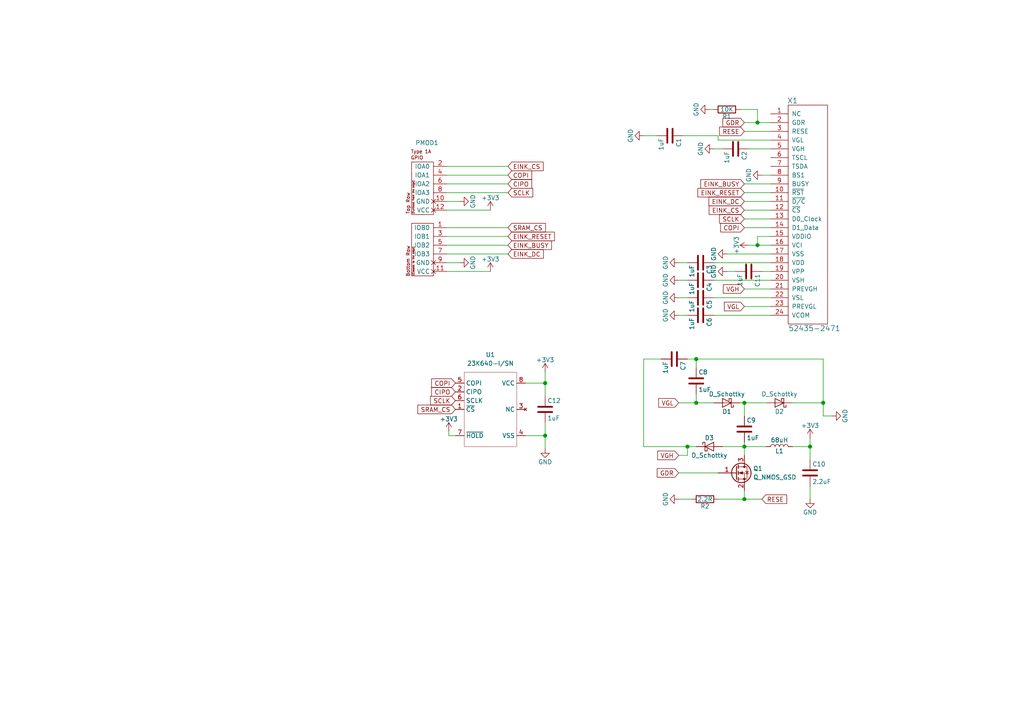
<source format=kicad_sch>
(kicad_sch (version 20201015) (generator eeschema)
  (paper "A4")
  (title_block (title "E-ink PMOD with SPI SRAM") (rev "1.1") (company "hackmeister.dk"))
  (lib_symbols
    (symbol "Semiconductors:23K640-I-SN"
      (property "Reference" "U" (at 0 0 0))
      (property "Value" "23K640-I-SN" (at 0 -3.81 0))
      (symbol "23K640-I-SN_0_1"
        (rectangle (start -7.62 10.795) (end 7.62 -10.795) (stroke (width 0.0006)))
      )
      (symbol "23K640-I-SN_1_1"
        (pin input line (at -10.16 7.62 0) (length 2.54) (name "COPI") (number "5"))
        (pin output line (at -10.16 5.08 0) (length 2.54) (name "CIPO") (number "2"))
        (pin input line (at -10.16 2.54 0) (length 2.54) (name "SCLK") (number "6"))
        (pin input line (at -10.16 0 0) (length 2.54) (name "~CS") (number "1"))
        (pin input line (at -10.16 -7.62 0) (length 2.54) (name "~HOLD") (number "7"))
        (pin power_in line (at 10.16 7.62 180) (length 2.54) (name "VCC") (number "8"))
        (pin unconnected line (at 10.16 0 180) (length 2.54) (name "NC") (number "3"))
        (pin power_in line (at 10.16 -7.62 180) (length 2.54) (name "VSS") (number "4"))
      )
    )
    (symbol "oshw2018badgeprototype-rescue:+3V3" (power) (pin_names (offset 0))
      (property "Value" "+3V3" (at 0 3.556 0))
      (symbol "+3V3_0_1"
        (polyline (pts (xy -0.762 1.27) (xy 0 2.54)))
        (polyline (pts (xy 0 0) (xy 0 2.54)))
        (polyline (pts (xy 0 2.54) (xy 0.762 1.27)))
      )
      (symbol "+3V3_1_1"
        (pin power_in line (at 0 0 90) (length 0) hide (name "+3V3") (number "1"))
      )
    )
    (symbol "oshw2018badgeprototype-rescue:52435-2471" (pin_names (offset 1.016))
      (property "Reference" "X" (at 1.27 11.43 0))
      (property "Value" "52435-2471" (at 7.62 -54.61 0))
      (symbol "52435-2471_0_1"
        (rectangle (start 0 10.16) (end 11.43 -53.34))
      )
      (symbol "52435-2471_1_1"
        (pin input line (at -5.08 7.62 0) (length 5.08) (name "NC") (number "1"))
        (pin input line (at -5.08 -15.24 0) (length 5.08) (name "~RST") (number "10"))
        (pin input line (at -5.08 -17.78 0) (length 5.08) (name "~D/C") (number "11"))
        (pin input line (at -5.08 -20.32 0) (length 5.08) (name "~CS") (number "12"))
        (pin input line (at -5.08 -22.86 0) (length 5.08) (name "D0_Clock") (number "13"))
        (pin input line (at -5.08 -25.4 0) (length 5.08) (name "D1_Data") (number "14"))
        (pin input line (at -5.08 -27.94 0) (length 5.08) (name "VDDIO") (number "15"))
        (pin input line (at -5.08 -30.48 0) (length 5.08) (name "VCI") (number "16"))
        (pin input line (at -5.08 -33.02 0) (length 5.08) (name "VSS") (number "17"))
        (pin input line (at -5.08 -35.56 0) (length 5.08) (name "VDD") (number "18"))
        (pin input line (at -5.08 -38.1 0) (length 5.08) (name "VPP") (number "19"))
        (pin input line (at -5.08 5.08 0) (length 5.08) (name "GDR") (number "2"))
        (pin input line (at -5.08 -40.64 0) (length 5.08) (name "VSH") (number "20"))
        (pin input line (at -5.08 -43.18 0) (length 5.08) (name "PREVGH") (number "21"))
        (pin input line (at -5.08 -45.72 0) (length 5.08) (name "VSL") (number "22"))
        (pin input line (at -5.08 -48.26 0) (length 5.08) (name "PREVGL") (number "23"))
        (pin input line (at -5.08 -50.8 0) (length 5.08) (name "VCOM") (number "24"))
        (pin input line (at -5.08 2.54 0) (length 5.08) (name "RESE") (number "3"))
        (pin input line (at -5.08 0 0) (length 5.08) (name "VGL") (number "4"))
        (pin input line (at -5.08 -2.54 0) (length 5.08) (name "VGH") (number "5"))
        (pin input line (at -5.08 -5.08 0) (length 5.08) (name "TSCL") (number "6"))
        (pin input line (at -5.08 -7.62 0) (length 5.08) (name "TSDA") (number "7"))
        (pin input line (at -5.08 -10.16 0) (length 5.08) (name "BS1") (number "8"))
        (pin input line (at -5.08 -12.7 0) (length 5.08) (name "BUSY") (number "9"))
      )
    )
    (symbol "oshw2018badgeprototype-rescue:C" (pin_numbers hide) (pin_names (offset 0.254))
      (property "Reference" "C" (at 0.635 2.54 0))
      (property "Value" "C" (at 0.635 -2.54 0))
      (symbol "C_0_1"
        (polyline (pts (xy -2.032 -0.762) (xy 2.032 -0.762)) (stroke (width 0.508)))
        (polyline (pts (xy -2.032 0.762) (xy 2.032 0.762)) (stroke (width 0.508)))
      )
      (symbol "C_1_1"
        (pin passive line (at 0 3.81 270) (length 2.794) (name "~") (number "1"))
        (pin passive line (at 0 -3.81 90) (length 2.794) (name "~") (number "2"))
      )
    )
    (symbol "oshw2018badgeprototype-rescue:D_Schottky" (pin_numbers hide) (pin_names (offset 1.016) hide)
      (property "Reference" "D" (at 0 2.54 0))
      (property "Value" "D_Schottky" (at 0 -2.54 0))
      (symbol "D_Schottky_0_1"
        (polyline (pts (xy 1.27 0) (xy -1.27 0)))
        (polyline (pts (xy 1.27 1.27) (xy 1.27 -1.27) (xy -1.27 0) (xy 1.27 1.27)) (stroke (width 0.2032)))
        (polyline (pts (xy -1.905 0.635) (xy -1.905 1.27) (xy -1.27 1.27) (xy -1.27 -1.27) (xy -0.635 -1.27) (xy -0.635 -0.635)) (stroke (width 0.2032)))
      )
      (symbol "D_Schottky_1_1"
        (pin passive line (at -3.81 0 0) (length 2.54) (name "K") (number "1"))
        (pin passive line (at 3.81 0 180) (length 2.54) (name "A") (number "2"))
      )
    )
    (symbol "oshw2018badgeprototype-rescue:GND" (power) (pin_names (offset 0))
      (property "Value" "GND" (at 0 -3.81 0))
      (symbol "GND_0_1"
        (polyline (pts (xy 0 0) (xy 0 -1.27) (xy 1.27 -1.27) (xy 0 -2.54) (xy -1.27 -1.27) (xy 0 -1.27)))
      )
      (symbol "GND_1_1"
        (pin power_in line (at 0 0 270) (length 0) hide (name "GND") (number "1"))
      )
    )
    (symbol "oshw2018badgeprototype-rescue:L" (pin_numbers hide) (pin_names (offset 1.016) hide)
      (property "Reference" "L" (at -1.27 0 90))
      (property "Value" "L" (at 1.905 0 90))
      (symbol "L_0_1"
        (arc (start 0 -2.54) (end 0 -1.27) (radius (at 0 -1.905) (length 0.635) (angles -89.9 89.9)))
        (arc (start 0 -1.27) (end 0 0) (radius (at 0 -0.635) (length 0.635) (angles -89.9 89.9)))
        (arc (start 0 0) (end 0 1.27) (radius (at 0 0.635) (length 0.635) (angles -89.9 89.9)))
        (arc (start 0 1.27) (end 0 2.54) (radius (at 0 1.905) (length 0.635) (angles -89.9 89.9)))
      )
      (symbol "L_1_1"
        (pin passive line (at 0 3.81 270) (length 1.27) (name "1") (number "1"))
        (pin passive line (at 0 -3.81 90) (length 1.27) (name "2") (number "2"))
      )
    )
    (symbol "oshw2018badgeprototype-rescue:Q_NMOS_GSD" (pin_names (offset 0) hide)
      (property "Reference" "Q" (at 5.08 1.27 0))
      (property "Value" "Q_NMOS_GSD" (at 5.08 -1.27 0))
      (symbol "Q_NMOS_GSD_0_1"
        (circle (center 1.651 0) (radius 2.8194) (stroke (width 0.254)))
        (circle (center 2.54 -1.778) (radius 0.2794) (fill (type outline)))
        (circle (center 2.54 1.778) (radius 0.2794) (fill (type outline)))
        (polyline (pts (xy 0.0508 0) (xy 0.254 0)))
        (polyline (pts (xy 0.762 -1.778) (xy 2.54 -1.778)))
        (polyline (pts (xy 0.762 -1.27) (xy 0.762 -2.286)) (stroke (width 0.254)))
        (polyline (pts (xy 0.762 0) (xy 2.54 0)))
        (polyline (pts (xy 0.762 0.508) (xy 0.762 -0.508)) (stroke (width 0.254)))
        (polyline (pts (xy 0.762 1.778) (xy 2.54 1.778)))
        (polyline (pts (xy 0.762 2.286) (xy 0.762 1.27)) (stroke (width 0.254)))
        (polyline (pts (xy 2.54 -1.778) (xy 2.54 -2.54)))
        (polyline (pts (xy 2.54 -1.778) (xy 2.54 0)))
        (polyline (pts (xy 2.54 2.54) (xy 2.54 1.778)))
        (polyline (pts (xy 0.254 1.905) (xy 0.254 -1.905) (xy 0.254 -1.905)) (stroke (width 0.254)))
        (polyline (pts (xy 1.016 0) (xy 2.032 0.381) (xy 2.032 -0.381) (xy 1.016 0)) (fill (type outline)))
        (polyline (pts (xy 2.54 -1.778) (xy 3.302 -1.778) (xy 3.302 1.778) (xy 2.54 1.778)))
        (polyline (pts (xy 2.794 0.508) (xy 2.921 0.381) (xy 3.683 0.381) (xy 3.81 0.254)))
        (polyline (pts (xy 3.302 0.381) (xy 2.921 -0.254) (xy 3.683 -0.254) (xy 3.302 0.381)))
      )
      (symbol "Q_NMOS_GSD_1_1"
        (pin input line (at -5.08 0 0) (length 5.08) (name "G") (number "1"))
        (pin passive line (at 2.54 -5.08 90) (length 2.54) (name "S") (number "2"))
        (pin passive line (at 2.54 5.08 270) (length 2.54) (name "D") (number "3"))
      )
    )
    (symbol "oshw2018badgeprototype-rescue:R" (pin_numbers hide) (pin_names (offset 0))
      (property "Reference" "R" (at 2.032 0 90))
      (property "Value" "R" (at 0 0 90))
      (symbol "R_0_1"
        (rectangle (start -1.016 -2.54) (end 1.016 2.54) (stroke (width 0.254)))
      )
      (symbol "R_1_1"
        (pin passive line (at 0 3.81 270) (length 1.27) (name "~") (number "1"))
        (pin passive line (at 0 -3.81 90) (length 1.27) (name "~") (number "2"))
      )
    )
    (symbol "pmod:QMOD-Device-x2-Type-1A-GPIO" (pin_names (offset 1.016))
      (property "Reference" "QMOD" (at -3.302 -1.27 0))
      (property "Datasheet" "https://docs.google.com/a/mithis.com/spreadsheets/d/1D-GboyrP57VVpejQzEm0P1WEORo1LAIt92hk1bZGEoo/edit#gid=0" (at -1.27 7.62 0))
      (symbol "QMOD-Device-x2-Type-1A-GPIO_0_0"
        (text "(Closest to the edge)" (at -5.842 -13.462 900) (effects (font (size 0.508 0.508))))
        (text "(Furthest from the edge)" (at -5.842 5.08 900) (effects (font (size 0.508 0.508))))
        (text "Bottom Row" (at -7.366 -13.462 900) (effects (font (size 0.9906 0.9906))))
        (text "GPIO" (at -6.604 16.51 0) (effects (font (size 0.9906 0.9906)) (justify left)))
        (text "Top Row" (at -7.366 3.302 900) (effects (font (size 0.9906 0.9906))))
        (text "Type 1A" (at -6.604 18.288 0) (effects (font (size 0.9906 0.9906)) (justify left)))
      )
      (symbol "QMOD-Device-x2-Type-1A-GPIO_0_1"
        (rectangle (start -6.35 -2.54) (end 0 -17.78))
        (rectangle (start 0 15.24) (end -6.35 0))
      )
      (symbol "QMOD-Device-x2-Type-1A-GPIO_1_1"
        (pin bidirectional line (at 3.81 -3.81 180) (length 3.81) (name "IOB0") (number "1"))
        (pin bidirectional line (at 3.81 13.97 180) (length 3.81) (name "IOA0") (number "2"))
        (pin bidirectional line (at 3.81 -6.35 180) (length 3.81) (name "IOB1") (number "3"))
        (pin bidirectional line (at 3.81 11.43 180) (length 3.81) (name "IOA1") (number "4"))
        (pin bidirectional line (at 3.81 -8.89 180) (length 3.81) (name "IOB2") (number "5"))
        (pin bidirectional line (at 3.81 8.89 180) (length 3.81) (name "IOA2") (number "6"))
        (pin bidirectional line (at 3.81 -11.43 180) (length 3.81) (name "IOB3") (number "7"))
        (pin bidirectional line (at 3.81 6.35 180) (length 3.81) (name "IOA3") (number "8"))
        (pin power_out non_logic (at 3.81 -13.97 180) (length 3.81) (name "GND") (number "9"))
        (pin power_out non_logic (at 3.81 3.81 180) (length 3.81) (name "GND") (number "10"))
        (pin power_out non_logic (at 3.81 -16.51 180) (length 3.81) (name "VCC") (number "11"))
        (pin power_out non_logic (at 3.81 1.27 180) (length 3.81) (name "VCC") (number "12"))
      )
    )
  )
  (junction (at 158.115 111.125) (diameter 1.016))
  (junction (at 158.115 126.365) (diameter 1.016))
  (junction (at 199.39 129.54) (diameter 1.016))
  (junction (at 201.93 104.14) (diameter 1.016))
  (junction (at 201.93 116.84) (diameter 1.016))
  (junction (at 215.9 116.84) (diameter 1.016))
  (junction (at 215.9 129.54) (diameter 1.016))
  (junction (at 215.9 144.78) (diameter 1.016))
  (junction (at 219.71 35.56) (diameter 1.016))
  (junction (at 219.71 71.12) (diameter 1.016))
  (junction (at 234.95 129.54) (diameter 1.016))
  (junction (at 238.76 116.84) (diameter 1.016))
  (wire (pts (xy 129.54 48.26) (xy 147.32 48.26)))
  (wire (pts (xy 129.54 50.8) (xy 147.32 50.8)))
  (wire (pts (xy 129.54 53.34) (xy 147.32 53.34)))
  (wire (pts (xy 129.54 55.88) (xy 147.32 55.88)))
  (wire (pts (xy 129.54 58.42) (xy 133.35 58.42)))
  (wire (pts (xy 129.54 60.96) (xy 142.24 60.96)))
  (wire (pts (xy 129.54 66.04) (xy 147.32 66.04)))
  (wire (pts (xy 129.54 68.58) (xy 147.32 68.58)))
  (wire (pts (xy 129.54 71.12) (xy 147.32 71.12)))
  (wire (pts (xy 129.54 73.66) (xy 147.32 73.66)))
  (wire (pts (xy 129.54 76.2) (xy 133.35 76.2)))
  (wire (pts (xy 129.54 78.74) (xy 142.24 78.74)))
  (wire (pts (xy 130.175 125.095) (xy 130.175 126.365)))
  (wire (pts (xy 130.175 126.365) (xy 132.08 126.365)))
  (wire (pts (xy 152.4 111.125) (xy 158.115 111.125)))
  (wire (pts (xy 152.4 126.365) (xy 158.115 126.365)))
  (wire (pts (xy 158.115 107.95) (xy 158.115 111.125)))
  (wire (pts (xy 158.115 111.125) (xy 158.115 114.935)))
  (wire (pts (xy 158.115 122.555) (xy 158.115 126.365)))
  (wire (pts (xy 158.115 126.365) (xy 158.115 130.175)))
  (wire (pts (xy 186.69 39.37) (xy 190.5 39.37)))
  (wire (pts (xy 186.69 104.14) (xy 191.77 104.14)))
  (wire (pts (xy 186.69 129.54) (xy 186.69 104.14)))
  (wire (pts (xy 196.85 76.2) (xy 199.39 76.2)))
  (wire (pts (xy 196.85 86.36) (xy 199.39 86.36)))
  (wire (pts (xy 196.85 116.84) (xy 201.93 116.84)))
  (wire (pts (xy 196.85 132.08) (xy 199.39 132.08)))
  (wire (pts (xy 196.85 137.16) (xy 208.28 137.16)))
  (wire (pts (xy 196.85 144.78) (xy 200.66 144.78)))
  (wire (pts (xy 198.12 39.37) (xy 208.28 39.37)))
  (wire (pts (xy 199.39 81.28) (xy 196.85 81.28)))
  (wire (pts (xy 199.39 91.44) (xy 196.85 91.44)))
  (wire (pts (xy 199.39 104.14) (xy 201.93 104.14)))
  (wire (pts (xy 199.39 129.54) (xy 186.69 129.54)))
  (wire (pts (xy 199.39 132.08) (xy 199.39 129.54)))
  (wire (pts (xy 201.93 104.14) (xy 238.76 104.14)))
  (wire (pts (xy 201.93 106.68) (xy 201.93 104.14)))
  (wire (pts (xy 201.93 114.3) (xy 201.93 116.84)))
  (wire (pts (xy 201.93 116.84) (xy 207.01 116.84)))
  (wire (pts (xy 201.93 129.54) (xy 199.39 129.54)))
  (wire (pts (xy 207.01 31.75) (xy 205.74 31.75)))
  (wire (pts (xy 207.01 43.18) (xy 209.55 43.18)))
  (wire (pts (xy 207.01 76.2) (xy 223.52 76.2)))
  (wire (pts (xy 207.01 81.28) (xy 223.52 81.28)))
  (wire (pts (xy 207.01 86.36) (xy 223.52 86.36)))
  (wire (pts (xy 207.01 91.44) (xy 223.52 91.44)))
  (wire (pts (xy 208.28 39.37) (xy 208.28 40.64)))
  (wire (pts (xy 208.28 40.64) (xy 223.52 40.64)))
  (wire (pts (xy 208.28 144.78) (xy 215.9 144.78)))
  (wire (pts (xy 209.55 129.54) (xy 215.9 129.54)))
  (wire (pts (xy 210.82 73.66) (xy 223.52 73.66)))
  (wire (pts (xy 213.36 78.74) (xy 210.82 78.74)))
  (wire (pts (xy 214.63 31.75) (xy 219.71 31.75)))
  (wire (pts (xy 214.63 116.84) (xy 215.9 116.84)))
  (wire (pts (xy 215.9 35.56) (xy 219.71 35.56)))
  (wire (pts (xy 215.9 38.1) (xy 223.52 38.1)))
  (wire (pts (xy 215.9 53.34) (xy 223.52 53.34)))
  (wire (pts (xy 215.9 58.42) (xy 223.52 58.42)))
  (wire (pts (xy 215.9 63.5) (xy 223.52 63.5)))
  (wire (pts (xy 215.9 66.04) (xy 223.52 66.04)))
  (wire (pts (xy 215.9 83.82) (xy 223.52 83.82)))
  (wire (pts (xy 215.9 88.9) (xy 223.52 88.9)))
  (wire (pts (xy 215.9 116.84) (xy 222.25 116.84)))
  (wire (pts (xy 215.9 120.65) (xy 215.9 116.84)))
  (wire (pts (xy 215.9 128.27) (xy 215.9 129.54)))
  (wire (pts (xy 215.9 129.54) (xy 215.9 132.08)))
  (wire (pts (xy 215.9 129.54) (xy 222.25 129.54)))
  (wire (pts (xy 215.9 142.24) (xy 215.9 144.78)))
  (wire (pts (xy 215.9 144.78) (xy 220.98 144.78)))
  (wire (pts (xy 217.17 71.12) (xy 219.71 71.12)))
  (wire (pts (xy 219.71 31.75) (xy 219.71 35.56)))
  (wire (pts (xy 219.71 35.56) (xy 223.52 35.56)))
  (wire (pts (xy 219.71 68.58) (xy 219.71 71.12)))
  (wire (pts (xy 219.71 71.12) (xy 223.52 71.12)))
  (wire (pts (xy 223.52 43.18) (xy 217.17 43.18)))
  (wire (pts (xy 223.52 50.8) (xy 220.98 50.8)))
  (wire (pts (xy 223.52 55.88) (xy 215.9 55.88)))
  (wire (pts (xy 223.52 60.96) (xy 215.9 60.96)))
  (wire (pts (xy 223.52 68.58) (xy 219.71 68.58)))
  (wire (pts (xy 223.52 78.74) (xy 220.98 78.74)))
  (wire (pts (xy 229.87 116.84) (xy 238.76 116.84)))
  (wire (pts (xy 229.87 129.54) (xy 234.95 129.54)))
  (wire (pts (xy 234.95 127) (xy 234.95 129.54)))
  (wire (pts (xy 234.95 129.54) (xy 234.95 133.35)))
  (wire (pts (xy 234.95 140.97) (xy 234.95 144.78)))
  (wire (pts (xy 238.76 104.14) (xy 238.76 116.84)))
  (wire (pts (xy 238.76 116.84) (xy 238.76 120.65)))
  (wire (pts (xy 238.76 120.65) (xy 241.3 120.65)))
  (global_label "COPI" (shape input) (at 132.08 111.125 180) (property "Intersheet References" "${INTERSHEET_REFS}" (effects hide)))
  (global_label "CIPO" (shape input) (at 132.08 113.665 180) (property "Intersheet References" "${INTERSHEET_REFS}" (effects hide)))
  (global_label "SCLK" (shape input) (at 132.08 116.205 180) (property "Intersheet References" "${INTERSHEET_REFS}" (effects hide)))
  (global_label "SRAM_CS" (shape input) (at 132.08 118.745 180) (property "Intersheet References" "${INTERSHEET_REFS}" (effects hide)))
  (global_label "EINK_CS" (shape input) (at 147.32 48.26 0) (property "Intersheet References" "${INTERSHEET_REFS}" (effects hide)))
  (global_label "COPI" (shape input) (at 147.32 50.8 0) (property "Intersheet References" "${INTERSHEET_REFS}" (effects hide)))
  (global_label "CIPO" (shape input) (at 147.32 53.34 0) (property "Intersheet References" "${INTERSHEET_REFS}" (effects hide)))
  (global_label "SCLK" (shape input) (at 147.32 55.88 0) (property "Intersheet References" "${INTERSHEET_REFS}" (effects hide)))
  (global_label "SRAM_CS" (shape input) (at 147.32 66.04 0) (property "Intersheet References" "${INTERSHEET_REFS}" (effects hide)))
  (global_label "EINK_RESET" (shape input) (at 147.32 68.58 0) (property "Intersheet References" "${INTERSHEET_REFS}" (effects hide)))
  (global_label "EINK_BUSY" (shape input) (at 147.32 71.12 0) (property "Intersheet References" "${INTERSHEET_REFS}" (effects hide)))
  (global_label "EINK_DC" (shape input) (at 147.32 73.66 0) (property "Intersheet References" "${INTERSHEET_REFS}" (effects hide)))
  (global_label "VGL" (shape input) (at 196.85 116.84 180) (property "Intersheet References" "${INTERSHEET_REFS}" (effects hide)))
  (global_label "VGH" (shape input) (at 196.85 132.08 180) (property "Intersheet References" "${INTERSHEET_REFS}" (effects hide)))
  (global_label "GDR" (shape input) (at 196.85 137.16 180) (property "Intersheet References" "${INTERSHEET_REFS}" (effects hide)))
  (global_label "GDR" (shape input) (at 215.9 35.56 180) (property "Intersheet References" "${INTERSHEET_REFS}" (effects hide)))
  (global_label "RESE" (shape input) (at 215.9 38.1 180) (property "Intersheet References" "${INTERSHEET_REFS}" (effects hide)))
  (global_label "EINK_BUSY" (shape input) (at 215.9 53.34 180) (property "Intersheet References" "${INTERSHEET_REFS}" (effects hide)))
  (global_label "EINK_RESET" (shape input) (at 215.9 55.88 180) (property "Intersheet References" "${INTERSHEET_REFS}" (effects hide)))
  (global_label "EINK_DC" (shape input) (at 215.9 58.42 180) (property "Intersheet References" "${INTERSHEET_REFS}" (effects hide)))
  (global_label "EINK_CS" (shape input) (at 215.9 60.96 180) (property "Intersheet References" "${INTERSHEET_REFS}" (effects hide)))
  (global_label "SCLK" (shape input) (at 215.9 63.5 180) (property "Intersheet References" "${INTERSHEET_REFS}" (effects hide)))
  (global_label "COPI" (shape input) (at 215.9 66.04 180) (property "Intersheet References" "${INTERSHEET_REFS}" (effects hide)))
  (global_label "VGH" (shape input) (at 215.9 83.82 180) (property "Intersheet References" "${INTERSHEET_REFS}" (effects hide)))
  (global_label "VGL" (shape input) (at 215.9 88.9 180) (property "Intersheet References" "${INTERSHEET_REFS}" (effects hide)))
  (global_label "RESE" (shape input) (at 220.98 144.78 0) (property "Intersheet References" "${INTERSHEET_REFS}" (effects hide)))
  (symbol (lib_id "oshw2018badgeprototype-rescue:+3V3") (at 130.175 125.095 0) (unit 1)
    (property "Reference" "#PWR016" (effects hide))
    (property "Value" "+3V3" (at 130.175 121.539 0))
  )
  (symbol (lib_id "oshw2018badgeprototype-rescue:+3V3") (at 142.24 60.96 0) (unit 1)
    (property "Reference" "#PWR0104" (effects hide))
    (property "Value" "+3V3" (at 142.24 57.404 0))
  )
  (symbol (lib_id "oshw2018badgeprototype-rescue:+3V3") (at 142.24 78.74 0) (unit 1)
    (property "Reference" "#PWR0103" (effects hide))
    (property "Value" "+3V3" (at 142.24 75.184 0))
  )
  (symbol (lib_id "oshw2018badgeprototype-rescue:+3V3") (at 158.115 107.95 0) (unit 1)
    (property "Reference" "#PWR015" (effects hide))
    (property "Value" "+3V3" (at 158.115 104.394 0))
  )
  (symbol (lib_id "oshw2018badgeprototype-rescue:+3V3") (at 217.17 71.12 90) (unit 1)
    (property "Reference" "#PWR05" (effects hide))
    (property "Value" "+3V3" (at 213.614 71.12 0))
  )
  (symbol (lib_id "oshw2018badgeprototype-rescue:+3V3") (at 234.95 127 0) (unit 1)
    (property "Reference" "#PWR012" (effects hide))
    (property "Value" "+3V3" (at 234.95 123.444 0))
  )
  (symbol (lib_id "oshw2018badgeprototype-rescue:L") (at 226.06 129.54 90) (unit 1)
    (property "Reference" "L1" (at 226.06 130.81 90))
    (property "Value" "68uH" (at 226.06 127.635 90))
    (property "Footprint" "Inductor_SMD:L_1812_4532Metric" (effects hide))
  )
  (symbol (lib_id "oshw2018badgeprototype-rescue:GND") (at 133.35 58.42 90) (unit 1)
    (property "Reference" "#PWR0102" (effects hide))
    (property "Value" "GND" (at 137.16 58.42 0))
  )
  (symbol (lib_id "oshw2018badgeprototype-rescue:GND") (at 133.35 76.2 90) (unit 1)
    (property "Reference" "#PWR0101" (effects hide))
    (property "Value" "GND" (at 137.16 76.2 0))
  )
  (symbol (lib_id "oshw2018badgeprototype-rescue:GND") (at 158.115 130.175 0) (unit 1)
    (property "Reference" "#PWR017" (effects hide))
    (property "Value" "GND" (at 158.115 133.985 0))
  )
  (symbol (lib_id "oshw2018badgeprototype-rescue:GND") (at 186.69 39.37 270) (unit 1)
    (property "Reference" "#PWR02" (effects hide))
    (property "Value" "GND" (at 182.88 39.37 0))
  )
  (symbol (lib_id "oshw2018badgeprototype-rescue:GND") (at 196.85 76.2 270) (unit 1)
    (property "Reference" "#PWR07" (effects hide))
    (property "Value" "GND" (at 193.04 76.2 0))
  )
  (symbol (lib_id "oshw2018badgeprototype-rescue:GND") (at 196.85 81.28 270) (unit 1)
    (property "Reference" "#PWR08" (effects hide))
    (property "Value" "GND" (at 193.04 81.28 0))
  )
  (symbol (lib_id "oshw2018badgeprototype-rescue:GND") (at 196.85 86.36 270) (unit 1)
    (property "Reference" "#PWR09" (effects hide))
    (property "Value" "GND" (at 193.04 86.36 0))
  )
  (symbol (lib_id "oshw2018badgeprototype-rescue:GND") (at 196.85 91.44 270) (unit 1)
    (property "Reference" "#PWR010" (effects hide))
    (property "Value" "GND" (at 193.04 91.44 0))
  )
  (symbol (lib_id "oshw2018badgeprototype-rescue:GND") (at 196.85 144.78 270) (unit 1)
    (property "Reference" "#PWR013" (effects hide))
    (property "Value" "GND" (at 193.04 144.78 0))
  )
  (symbol (lib_id "oshw2018badgeprototype-rescue:GND") (at 205.74 31.75 270) (unit 1)
    (property "Reference" "#PWR01" (effects hide))
    (property "Value" "GND" (at 201.93 31.75 0))
  )
  (symbol (lib_id "oshw2018badgeprototype-rescue:GND") (at 207.01 43.18 270) (unit 1)
    (property "Reference" "#PWR03" (effects hide))
    (property "Value" "GND" (at 203.2 43.18 0))
  )
  (symbol (lib_id "oshw2018badgeprototype-rescue:GND") (at 210.82 73.66 270) (unit 1)
    (property "Reference" "#PWR06" (effects hide))
    (property "Value" "GND" (at 207.01 73.66 0))
  )
  (symbol (lib_id "oshw2018badgeprototype-rescue:GND") (at 210.82 78.74 270) (unit 1)
    (property "Reference" "#PWR0105" (effects hide))
    (property "Value" "GND" (at 207.01 78.74 0))
  )
  (symbol (lib_id "oshw2018badgeprototype-rescue:GND") (at 220.98 50.8 270) (unit 1)
    (property "Reference" "#PWR04" (effects hide))
    (property "Value" "GND" (at 217.17 50.8 0))
  )
  (symbol (lib_id "oshw2018badgeprototype-rescue:GND") (at 234.95 144.78 0) (unit 1)
    (property "Reference" "#PWR014" (effects hide))
    (property "Value" "GND" (at 234.95 148.59 0))
  )
  (symbol (lib_id "oshw2018badgeprototype-rescue:GND") (at 241.3 120.65 90) (unit 1)
    (property "Reference" "#PWR011" (effects hide))
    (property "Value" "GND" (at 245.11 120.65 0))
  )
  (symbol (lib_id "oshw2018badgeprototype-rescue:R") (at 204.47 144.78 270) (unit 1)
    (property "Reference" "R2" (at 204.47 146.812 90))
    (property "Value" "2.2R" (at 204.47 144.78 90))
    (property "Footprint" "Resistor_SMD:R_0805_2012Metric" (effects hide))
  )
  (symbol (lib_id "oshw2018badgeprototype-rescue:R") (at 210.82 31.75 270) (unit 1)
    (property "Reference" "R1" (at 210.82 33.782 90))
    (property "Value" "10K" (at 210.82 31.75 90))
    (property "Footprint" "Resistor_SMD:R_0805_2012Metric" (effects hide))
  )
  (symbol (lib_id "oshw2018badgeprototype-rescue:D_Schottky") (at 205.74 129.54 0) (unit 1)
    (property "Reference" "D3" (at 205.74 127 0))
    (property "Value" "D_Schottky" (at 205.74 132.08 0))
    (property "Footprint" "Diode_SMD:D_SOD-123" (effects hide))
  )
  (symbol (lib_id "oshw2018badgeprototype-rescue:D_Schottky") (at 210.82 116.84 180) (unit 1)
    (property "Reference" "D1" (at 210.82 119.38 0))
    (property "Value" "D_Schottky" (at 210.82 114.3 0))
    (property "Footprint" "Diode_SMD:D_SOD-123" (effects hide))
  )
  (symbol (lib_id "oshw2018badgeprototype-rescue:D_Schottky") (at 226.06 116.84 180) (unit 1)
    (property "Reference" "D2" (at 226.06 119.38 0))
    (property "Value" "D_Schottky" (at 226.06 114.3 0))
    (property "Footprint" "Diode_SMD:D_SOD-123" (effects hide))
  )
  (symbol (lib_id "oshw2018badgeprototype-rescue:C") (at 158.115 118.745 0) (unit 1)
    (property "Reference" "C12" (at 158.75 116.205 0) (effects (justify left)))
    (property "Value" "1uF" (at 158.75 121.285 0) (effects (justify left)))
    (property "Footprint" "Capacitor_SMD:C_0805_2012Metric" (effects hide))
  )
  (symbol (lib_id "oshw2018badgeprototype-rescue:C") (at 194.31 39.37 270) (unit 1)
    (property "Reference" "C1" (at 196.85 40.005 0) (effects (justify left)))
    (property "Value" "1uF" (at 191.77 40.005 0) (effects (justify left)))
    (property "Footprint" "Capacitor_SMD:C_0805_2012Metric" (effects hide))
  )
  (symbol (lib_id "oshw2018badgeprototype-rescue:C") (at 195.58 104.14 270) (unit 1)
    (property "Reference" "C7" (at 198.12 104.775 0) (effects (justify left)))
    (property "Value" "1uF" (at 193.04 104.775 0) (effects (justify left)))
    (property "Footprint" "Capacitor_SMD:C_0805_2012Metric" (effects hide))
  )
  (symbol (lib_id "oshw2018badgeprototype-rescue:C") (at 201.93 110.49 0) (unit 1)
    (property "Reference" "C8" (at 202.565 107.95 0) (effects (justify left)))
    (property "Value" "1uF" (at 202.565 113.03 0) (effects (justify left)))
    (property "Footprint" "Capacitor_SMD:C_0805_2012Metric" (effects hide))
  )
  (symbol (lib_id "oshw2018badgeprototype-rescue:C") (at 203.2 76.2 270) (unit 1)
    (property "Reference" "C3" (at 205.74 76.835 0) (effects (justify left)))
    (property "Value" "1uF" (at 200.66 76.835 0) (effects (justify left)))
    (property "Footprint" "Capacitor_SMD:C_0805_2012Metric" (effects hide))
  )
  (symbol (lib_id "oshw2018badgeprototype-rescue:C") (at 203.2 81.28 270) (unit 1)
    (property "Reference" "C4" (at 205.74 81.915 0) (effects (justify left)))
    (property "Value" "1uF" (at 200.66 81.915 0) (effects (justify left)))
    (property "Footprint" "Capacitor_SMD:C_0805_2012Metric" (effects hide))
  )
  (symbol (lib_id "oshw2018badgeprototype-rescue:C") (at 203.2 86.36 270) (unit 1)
    (property "Reference" "C5" (at 205.74 86.995 0) (effects (justify left)))
    (property "Value" "1uF" (at 200.66 86.995 0) (effects (justify left)))
    (property "Footprint" "Capacitor_SMD:C_0805_2012Metric" (effects hide))
  )
  (symbol (lib_id "oshw2018badgeprototype-rescue:C") (at 203.2 91.44 270) (unit 1)
    (property "Reference" "C6" (at 205.74 92.075 0) (effects (justify left)))
    (property "Value" "1uF" (at 200.66 92.075 0) (effects (justify left)))
    (property "Footprint" "Capacitor_SMD:C_0805_2012Metric" (effects hide))
  )
  (symbol (lib_id "oshw2018badgeprototype-rescue:C") (at 213.36 43.18 270) (unit 1)
    (property "Reference" "C2" (at 215.9 43.815 0) (effects (justify left)))
    (property "Value" "1uF" (at 210.82 43.815 0) (effects (justify left)))
    (property "Footprint" "Capacitor_SMD:C_0805_2012Metric" (effects hide))
  )
  (symbol (lib_id "oshw2018badgeprototype-rescue:C") (at 215.9 124.46 0) (unit 1)
    (property "Reference" "C9" (at 216.535 121.92 0) (effects (justify left)))
    (property "Value" "1uF" (at 216.535 127 0) (effects (justify left)))
    (property "Footprint" "Capacitor_SMD:C_0805_2012Metric" (effects hide))
  )
  (symbol (lib_id "oshw2018badgeprototype-rescue:C") (at 217.17 78.74 270) (unit 1)
    (property "Reference" "C11" (at 219.71 79.375 0) (effects (justify left)))
    (property "Value" "1uF" (at 214.63 79.375 0) (effects (justify left)))
    (property "Footprint" "Capacitor_SMD:C_0805_2012Metric" (effects hide))
  )
  (symbol (lib_id "oshw2018badgeprototype-rescue:C") (at 234.95 137.16 0) (unit 1)
    (property "Reference" "C10" (at 235.585 134.62 0) (effects (justify left)))
    (property "Value" "2.2uF" (at 235.585 139.7 0) (effects (justify left)))
    (property "Footprint" "Capacitor_SMD:C_0805_2012Metric" (effects hide))
  )
  (symbol (lib_id "oshw2018badgeprototype-rescue:Q_NMOS_GSD") (at 213.36 137.16 0) (unit 1)
    (property "Reference" "Q1" (at 218.44 135.89 0) (effects (justify left)))
    (property "Value" "Q_NMOS_GSD" (at 218.44 138.43 0) (effects (justify left)))
    (property "Footprint" "Package_TO_SOT_SMD:SOT-23" (effects hide))
  )
  (symbol (lib_id "Semiconductors:23K640-I-SN") (at 142.24 118.745 0) (unit 1)
    (property "Reference" "U1" (at 142.24 102.87 0))
    (property "Value" "23K640-I/SN" (at 142.24 105.41 0))
    (property "Footprint" "Package_SO:SOIC-8_3.9x4.9mm_P1.27mm" (effects hide))
  )
  (symbol (lib_id "pmod:QMOD-Device-x2-Type-1A-GPIO") (at 125.73 62.23 0) (unit 1)
    (property "Reference" "PMOD1" (at 123.825 41.4274 0))
    (property "Value" "QMOD-Device-x2-Type-1A-GPIO" (effects hide))
    (property "Footprint" "pmod-conn_6x2:pmod_pin_array_6x2" (effects hide))
    (property "Datasheet" "https://docs.google.com/a/mithis.com/spreadsheets/d/1D-GboyrP57VVpejQzEm0P1WEORo1LAIt92hk1bZGEoo/edit#gid=0" (effects hide))
  )
  (symbol (lib_id "oshw2018badgeprototype-rescue:52435-2471") (at 228.6 40.64 0) (unit 1)
    (property "Reference" "X1" (at 229.87 29.21 0) (effects (font (size 1.524 1.524))))
    (property "Value" "52435-2471" (at 236.22 95.25 0) (effects (font (size 1.524 1.524))))
    (property "Footprint" "Connectors:MOLEX_52435-2471" (effects hide))
  )
)
</source>
